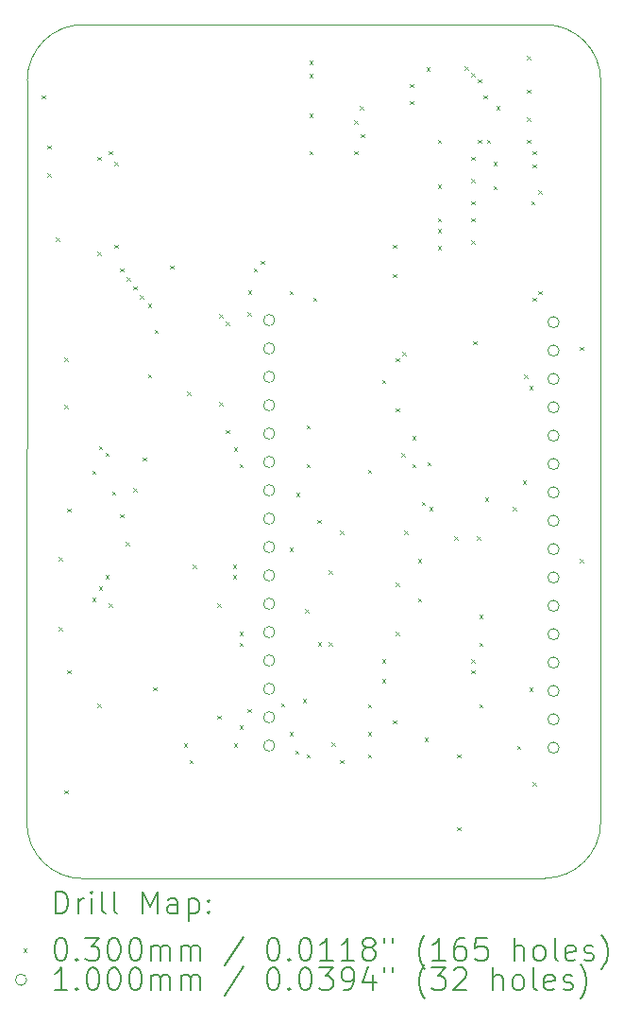
<source format=gbr>
%TF.GenerationSoftware,KiCad,Pcbnew,8.0.5*%
%TF.CreationDate,2024-11-08T10:57:39-05:00*%
%TF.ProjectId,Main,4d61696e-2e6b-4696-9361-645f70636258,rev?*%
%TF.SameCoordinates,Original*%
%TF.FileFunction,Drillmap*%
%TF.FilePolarity,Positive*%
%FSLAX45Y45*%
G04 Gerber Fmt 4.5, Leading zero omitted, Abs format (unit mm)*
G04 Created by KiCad (PCBNEW 8.0.5) date 2024-11-08 10:57:39*
%MOMM*%
%LPD*%
G01*
G04 APERTURE LIST*
%ADD10C,0.050000*%
%ADD11C,0.200000*%
%ADD12C,0.100000*%
G04 APERTURE END LIST*
D10*
X13353553Y-13053553D02*
G75*
G02*
X12853547Y-12553553I-3J500003D01*
G01*
X13357107Y-5407107D02*
X17500000Y-5407107D01*
X18000000Y-12550000D02*
G75*
G02*
X17500000Y-13050000I-500000J0D01*
G01*
X18000000Y-5907107D02*
X18000000Y-12550000D01*
X17500000Y-5407107D02*
G75*
G02*
X17999993Y-5907107I0J-499993D01*
G01*
X12853553Y-12553553D02*
X12857107Y-5907107D01*
X17500000Y-13050000D02*
X13353553Y-13053553D01*
X12857107Y-5907107D02*
G75*
G02*
X13357107Y-5407107I499999J1D01*
G01*
D11*
D12*
X12988553Y-6038553D02*
X13018553Y-6068553D01*
X13018553Y-6038553D02*
X12988553Y-6068553D01*
X13038553Y-6488553D02*
X13068553Y-6518553D01*
X13068553Y-6488553D02*
X13038553Y-6518553D01*
X13038553Y-6738553D02*
X13068553Y-6768553D01*
X13068553Y-6738553D02*
X13038553Y-6768553D01*
X13113553Y-7313553D02*
X13143553Y-7343553D01*
X13143553Y-7313553D02*
X13113553Y-7343553D01*
X13138553Y-10173553D02*
X13168553Y-10203553D01*
X13168553Y-10173553D02*
X13138553Y-10203553D01*
X13138553Y-10803553D02*
X13168553Y-10833553D01*
X13168553Y-10803553D02*
X13138553Y-10833553D01*
X13188553Y-8388553D02*
X13218553Y-8418553D01*
X13218553Y-8388553D02*
X13188553Y-8418553D01*
X13188553Y-8813553D02*
X13218553Y-8843553D01*
X13218553Y-8813553D02*
X13188553Y-8843553D01*
X13188553Y-12263553D02*
X13218553Y-12293553D01*
X13218553Y-12263553D02*
X13188553Y-12293553D01*
X13213553Y-9738553D02*
X13243553Y-9768553D01*
X13243553Y-9738553D02*
X13213553Y-9768553D01*
X13213553Y-11188553D02*
X13243553Y-11218553D01*
X13243553Y-11188553D02*
X13213553Y-11218553D01*
X13438553Y-9402553D02*
X13468553Y-9432553D01*
X13468553Y-9402553D02*
X13438553Y-9432553D01*
X13438553Y-10538553D02*
X13468553Y-10568553D01*
X13468553Y-10538553D02*
X13438553Y-10568553D01*
X13488553Y-6588553D02*
X13518553Y-6618553D01*
X13518553Y-6588553D02*
X13488553Y-6618553D01*
X13488553Y-7438553D02*
X13518553Y-7468553D01*
X13518553Y-7438553D02*
X13488553Y-7468553D01*
X13488553Y-11488553D02*
X13518553Y-11518553D01*
X13518553Y-11488553D02*
X13488553Y-11518553D01*
X13498553Y-9181985D02*
X13528553Y-9211985D01*
X13528553Y-9181985D02*
X13498553Y-9211985D01*
X13498553Y-10438553D02*
X13528553Y-10468553D01*
X13528553Y-10438553D02*
X13498553Y-10468553D01*
X13558553Y-9239140D02*
X13588553Y-9269140D01*
X13588553Y-9239140D02*
X13558553Y-9269140D01*
X13558553Y-10338553D02*
X13588553Y-10368553D01*
X13588553Y-10338553D02*
X13558553Y-10368553D01*
X13588553Y-6538553D02*
X13618553Y-6568553D01*
X13618553Y-6538553D02*
X13588553Y-6568553D01*
X13588553Y-10588553D02*
X13618553Y-10618553D01*
X13618553Y-10588553D02*
X13588553Y-10618553D01*
X13618553Y-9588553D02*
X13648553Y-9618553D01*
X13648553Y-9588553D02*
X13618553Y-9618553D01*
X13638553Y-6638553D02*
X13668553Y-6668553D01*
X13668553Y-6638553D02*
X13638553Y-6668553D01*
X13638553Y-7378553D02*
X13668553Y-7408553D01*
X13668553Y-7378553D02*
X13638553Y-7408553D01*
X13688553Y-7588553D02*
X13718553Y-7618553D01*
X13718553Y-7588553D02*
X13688553Y-7618553D01*
X13688553Y-9788553D02*
X13718553Y-9818553D01*
X13718553Y-9788553D02*
X13688553Y-9818553D01*
X13738553Y-10038553D02*
X13768553Y-10068553D01*
X13768553Y-10038553D02*
X13738553Y-10068553D01*
X13748553Y-7668553D02*
X13778553Y-7698553D01*
X13778553Y-7668553D02*
X13748553Y-7698553D01*
X13808553Y-7748553D02*
X13838553Y-7778553D01*
X13838553Y-7748553D02*
X13808553Y-7778553D01*
X13808553Y-9558553D02*
X13838553Y-9588553D01*
X13838553Y-9558553D02*
X13808553Y-9588553D01*
X13868553Y-7828553D02*
X13898553Y-7858553D01*
X13898553Y-7828553D02*
X13868553Y-7858553D01*
X13894553Y-9282553D02*
X13924553Y-9312553D01*
X13924553Y-9282553D02*
X13894553Y-9312553D01*
X13938553Y-7908553D02*
X13968553Y-7938553D01*
X13968553Y-7908553D02*
X13938553Y-7938553D01*
X13938553Y-8538553D02*
X13968553Y-8568553D01*
X13968553Y-8538553D02*
X13938553Y-8568553D01*
X13988553Y-11338553D02*
X14018553Y-11368553D01*
X14018553Y-11338553D02*
X13988553Y-11368553D01*
X13998553Y-8138553D02*
X14028553Y-8168553D01*
X14028553Y-8138553D02*
X13998553Y-8168553D01*
X14138553Y-7563553D02*
X14168553Y-7593553D01*
X14168553Y-7563553D02*
X14138553Y-7593553D01*
X14261553Y-11842553D02*
X14291553Y-11872553D01*
X14291553Y-11842553D02*
X14261553Y-11872553D01*
X14290338Y-8692553D02*
X14320338Y-8722553D01*
X14320338Y-8692553D02*
X14290338Y-8722553D01*
X14311553Y-11992553D02*
X14341553Y-12022553D01*
X14341553Y-11992553D02*
X14311553Y-12022553D01*
X14341553Y-10242553D02*
X14371553Y-10272553D01*
X14371553Y-10242553D02*
X14341553Y-10272553D01*
X14561553Y-10592553D02*
X14591553Y-10622553D01*
X14591553Y-10592553D02*
X14561553Y-10622553D01*
X14561553Y-11592553D02*
X14591553Y-11622553D01*
X14591553Y-11592553D02*
X14561553Y-11622553D01*
X14578553Y-7998553D02*
X14608553Y-8028553D01*
X14608553Y-7998553D02*
X14578553Y-8028553D01*
X14578553Y-8788553D02*
X14608553Y-8818553D01*
X14608553Y-8788553D02*
X14578553Y-8818553D01*
X14638553Y-8068553D02*
X14668553Y-8098553D01*
X14668553Y-8068553D02*
X14638553Y-8098553D01*
X14638553Y-9038553D02*
X14668553Y-9068553D01*
X14668553Y-9038553D02*
X14638553Y-9068553D01*
X14701553Y-10242553D02*
X14731553Y-10272553D01*
X14731553Y-10242553D02*
X14701553Y-10272553D01*
X14701553Y-10338553D02*
X14731553Y-10368553D01*
X14731553Y-10338553D02*
X14701553Y-10368553D01*
X14711553Y-9192553D02*
X14741553Y-9222553D01*
X14741553Y-9192553D02*
X14711553Y-9222553D01*
X14711553Y-11842553D02*
X14741553Y-11872553D01*
X14741553Y-11842553D02*
X14711553Y-11872553D01*
X14761553Y-9342553D02*
X14791553Y-9372553D01*
X14791553Y-9342553D02*
X14761553Y-9372553D01*
X14761553Y-10842553D02*
X14791553Y-10872553D01*
X14791553Y-10842553D02*
X14761553Y-10872553D01*
X14761553Y-10942553D02*
X14791553Y-10972553D01*
X14791553Y-10942553D02*
X14761553Y-10972553D01*
X14761553Y-11683553D02*
X14791553Y-11713553D01*
X14791553Y-11683553D02*
X14761553Y-11713553D01*
X14831553Y-7982553D02*
X14861553Y-8012553D01*
X14861553Y-7982553D02*
X14831553Y-8012553D01*
X14835000Y-11535000D02*
X14865000Y-11565000D01*
X14865000Y-11535000D02*
X14835000Y-11565000D01*
X14838553Y-7788553D02*
X14868553Y-7818553D01*
X14868553Y-7788553D02*
X14838553Y-7818553D01*
X14888553Y-7588553D02*
X14918553Y-7618553D01*
X14918553Y-7588553D02*
X14888553Y-7618553D01*
X14951553Y-7522553D02*
X14981553Y-7552553D01*
X14981553Y-7522553D02*
X14951553Y-7552553D01*
X15135000Y-11485000D02*
X15165000Y-11515000D01*
X15165000Y-11485000D02*
X15135000Y-11515000D01*
X15208122Y-10092553D02*
X15238122Y-10122553D01*
X15238122Y-10092553D02*
X15208122Y-10122553D01*
X15208122Y-11742553D02*
X15238122Y-11772553D01*
X15238122Y-11742553D02*
X15208122Y-11772553D01*
X15211553Y-7792553D02*
X15241553Y-7822553D01*
X15241553Y-7792553D02*
X15211553Y-7822553D01*
X15261553Y-11908553D02*
X15291553Y-11938553D01*
X15291553Y-11908553D02*
X15261553Y-11938553D01*
X15268122Y-9599122D02*
X15298122Y-9629122D01*
X15298122Y-9599122D02*
X15268122Y-9629122D01*
X15328122Y-11445553D02*
X15358122Y-11475553D01*
X15358122Y-11445553D02*
X15328122Y-11475553D01*
X15351553Y-10642553D02*
X15381553Y-10672553D01*
X15381553Y-10642553D02*
X15351553Y-10672553D01*
X15361553Y-8992553D02*
X15391553Y-9022553D01*
X15391553Y-8992553D02*
X15361553Y-9022553D01*
X15361553Y-9342553D02*
X15391553Y-9372553D01*
X15391553Y-9342553D02*
X15361553Y-9372553D01*
X15361553Y-11942553D02*
X15391553Y-11972553D01*
X15391553Y-11942553D02*
X15361553Y-11972553D01*
X15388553Y-5728553D02*
X15418553Y-5758553D01*
X15418553Y-5728553D02*
X15388553Y-5758553D01*
X15388553Y-5848553D02*
X15418553Y-5878553D01*
X15418553Y-5848553D02*
X15388553Y-5878553D01*
X15388553Y-6203383D02*
X15418553Y-6233383D01*
X15418553Y-6203383D02*
X15388553Y-6233383D01*
X15388553Y-6538553D02*
X15418553Y-6568553D01*
X15418553Y-6538553D02*
X15388553Y-6568553D01*
X15421553Y-7852553D02*
X15451553Y-7882553D01*
X15451553Y-7852553D02*
X15421553Y-7882553D01*
X15461553Y-9842553D02*
X15491553Y-9872553D01*
X15491553Y-9842553D02*
X15461553Y-9872553D01*
X15462575Y-10938916D02*
X15492575Y-10968916D01*
X15492575Y-10938916D02*
X15462575Y-10968916D01*
X15561553Y-10292553D02*
X15591553Y-10322553D01*
X15591553Y-10292553D02*
X15561553Y-10322553D01*
X15561553Y-10937053D02*
X15591553Y-10967053D01*
X15591553Y-10937053D02*
X15561553Y-10967053D01*
X15585000Y-11835000D02*
X15615000Y-11865000D01*
X15615000Y-11835000D02*
X15585000Y-11865000D01*
X15661553Y-11992553D02*
X15691553Y-12022553D01*
X15691553Y-11992553D02*
X15661553Y-12022553D01*
X15663553Y-9938553D02*
X15693553Y-9968553D01*
X15693553Y-9938553D02*
X15663553Y-9968553D01*
X15788553Y-6263383D02*
X15818553Y-6293383D01*
X15818553Y-6263383D02*
X15788553Y-6293383D01*
X15788553Y-6538553D02*
X15818553Y-6568553D01*
X15818553Y-6538553D02*
X15788553Y-6568553D01*
X15838553Y-6138553D02*
X15868553Y-6168553D01*
X15868553Y-6138553D02*
X15838553Y-6168553D01*
X15848553Y-6388553D02*
X15878553Y-6418553D01*
X15878553Y-6388553D02*
X15848553Y-6418553D01*
X15911553Y-9392553D02*
X15941553Y-9422553D01*
X15941553Y-9392553D02*
X15911553Y-9422553D01*
X15911553Y-11492553D02*
X15941553Y-11522553D01*
X15941553Y-11492553D02*
X15911553Y-11522553D01*
X15911553Y-11742553D02*
X15941553Y-11772553D01*
X15941553Y-11742553D02*
X15911553Y-11772553D01*
X15911553Y-11942553D02*
X15941553Y-11972553D01*
X15941553Y-11942553D02*
X15911553Y-11972553D01*
X16038553Y-8588553D02*
X16068553Y-8618553D01*
X16068553Y-8588553D02*
X16038553Y-8618553D01*
X16038553Y-11088553D02*
X16068553Y-11118553D01*
X16068553Y-11088553D02*
X16038553Y-11118553D01*
X16038553Y-11265553D02*
X16068553Y-11295553D01*
X16068553Y-11265553D02*
X16038553Y-11295553D01*
X16135000Y-11635000D02*
X16165000Y-11665000D01*
X16165000Y-11635000D02*
X16135000Y-11665000D01*
X16138553Y-7378553D02*
X16168553Y-7408553D01*
X16168553Y-7378553D02*
X16138553Y-7408553D01*
X16138553Y-7638553D02*
X16168553Y-7668553D01*
X16168553Y-7638553D02*
X16138553Y-7668553D01*
X16161553Y-8392553D02*
X16191553Y-8422553D01*
X16191553Y-8392553D02*
X16161553Y-8422553D01*
X16161553Y-8842553D02*
X16191553Y-8872553D01*
X16191553Y-8842553D02*
X16161553Y-8872553D01*
X16161553Y-10402553D02*
X16191553Y-10432553D01*
X16191553Y-10402553D02*
X16161553Y-10432553D01*
X16161553Y-10842553D02*
X16191553Y-10872553D01*
X16191553Y-10842553D02*
X16161553Y-10872553D01*
X16211553Y-9242553D02*
X16241553Y-9272553D01*
X16241553Y-9242553D02*
X16211553Y-9272553D01*
X16221553Y-8337553D02*
X16251553Y-8367553D01*
X16251553Y-8337553D02*
X16221553Y-8367553D01*
X16238553Y-9938553D02*
X16268553Y-9968553D01*
X16268553Y-9938553D02*
X16238553Y-9968553D01*
X16288553Y-5938553D02*
X16318553Y-5968553D01*
X16318553Y-5938553D02*
X16288553Y-5968553D01*
X16288553Y-6088553D02*
X16318553Y-6118553D01*
X16318553Y-6088553D02*
X16288553Y-6118553D01*
X16311553Y-9092553D02*
X16341553Y-9122553D01*
X16341553Y-9092553D02*
X16311553Y-9122553D01*
X16311553Y-9342553D02*
X16341553Y-9372553D01*
X16341553Y-9342553D02*
X16311553Y-9372553D01*
X16361553Y-10192553D02*
X16391553Y-10222553D01*
X16391553Y-10192553D02*
X16361553Y-10222553D01*
X16361553Y-10542553D02*
X16391553Y-10572553D01*
X16391553Y-10542553D02*
X16361553Y-10572553D01*
X16394171Y-9681429D02*
X16424171Y-9711429D01*
X16424171Y-9681429D02*
X16394171Y-9711429D01*
X16421553Y-11792553D02*
X16451553Y-11822553D01*
X16451553Y-11792553D02*
X16421553Y-11822553D01*
X16438553Y-5788553D02*
X16468553Y-5818553D01*
X16468553Y-5788553D02*
X16438553Y-5818553D01*
X16445553Y-9326553D02*
X16475553Y-9356553D01*
X16475553Y-9326553D02*
X16445553Y-9356553D01*
X16461553Y-9724553D02*
X16491553Y-9754553D01*
X16491553Y-9724553D02*
X16461553Y-9754553D01*
X16538553Y-6438553D02*
X16568553Y-6468553D01*
X16568553Y-6438553D02*
X16538553Y-6468553D01*
X16538553Y-6838553D02*
X16568553Y-6868553D01*
X16568553Y-6838553D02*
X16538553Y-6868553D01*
X16538553Y-7138553D02*
X16568553Y-7168553D01*
X16568553Y-7138553D02*
X16538553Y-7168553D01*
X16538553Y-7238553D02*
X16568553Y-7268553D01*
X16568553Y-7238553D02*
X16538553Y-7268553D01*
X16538553Y-7388553D02*
X16568553Y-7418553D01*
X16568553Y-7388553D02*
X16538553Y-7418553D01*
X16688553Y-9988553D02*
X16718553Y-10018553D01*
X16718553Y-9988553D02*
X16688553Y-10018553D01*
X16711553Y-11942553D02*
X16741553Y-11972553D01*
X16741553Y-11942553D02*
X16711553Y-11972553D01*
X16711553Y-12592553D02*
X16741553Y-12622553D01*
X16741553Y-12592553D02*
X16711553Y-12622553D01*
X16781985Y-5781985D02*
X16811985Y-5811985D01*
X16811985Y-5781985D02*
X16781985Y-5811985D01*
X16838553Y-5838553D02*
X16868553Y-5868553D01*
X16868553Y-5838553D02*
X16838553Y-5868553D01*
X16838553Y-6588553D02*
X16868553Y-6618553D01*
X16868553Y-6588553D02*
X16838553Y-6618553D01*
X16838553Y-6788553D02*
X16868553Y-6818553D01*
X16868553Y-6788553D02*
X16838553Y-6818553D01*
X16838553Y-6988553D02*
X16868553Y-7018553D01*
X16868553Y-6988553D02*
X16838553Y-7018553D01*
X16838553Y-7138553D02*
X16868553Y-7168553D01*
X16868553Y-7138553D02*
X16838553Y-7168553D01*
X16838553Y-7338553D02*
X16868553Y-7368553D01*
X16868553Y-7338553D02*
X16838553Y-7368553D01*
X16838553Y-11088553D02*
X16868553Y-11118553D01*
X16868553Y-11088553D02*
X16838553Y-11118553D01*
X16838553Y-11188553D02*
X16868553Y-11218553D01*
X16868553Y-11188553D02*
X16838553Y-11218553D01*
X16858053Y-8239553D02*
X16888053Y-8269553D01*
X16888053Y-8239553D02*
X16858053Y-8269553D01*
X16888553Y-9988553D02*
X16918553Y-10018553D01*
X16918553Y-9988553D02*
X16888553Y-10018553D01*
X16898553Y-5895122D02*
X16928553Y-5925122D01*
X16928553Y-5895122D02*
X16898553Y-5925122D01*
X16898553Y-6438553D02*
X16928553Y-6468553D01*
X16928553Y-6438553D02*
X16898553Y-6468553D01*
X16911553Y-10692553D02*
X16941553Y-10722553D01*
X16941553Y-10692553D02*
X16911553Y-10722553D01*
X16911553Y-10942553D02*
X16941553Y-10972553D01*
X16941553Y-10942553D02*
X16911553Y-10972553D01*
X16911553Y-11492553D02*
X16941553Y-11522553D01*
X16941553Y-11492553D02*
X16911553Y-11522553D01*
X16948553Y-6038553D02*
X16978553Y-6068553D01*
X16978553Y-6038553D02*
X16948553Y-6068553D01*
X16961553Y-9642553D02*
X16991553Y-9672553D01*
X16991553Y-9642553D02*
X16961553Y-9672553D01*
X16978554Y-6438553D02*
X17008554Y-6468553D01*
X17008554Y-6438553D02*
X16978554Y-6468553D01*
X17038553Y-6638553D02*
X17068553Y-6668553D01*
X17068553Y-6638553D02*
X17038553Y-6668553D01*
X17038553Y-6852553D02*
X17068553Y-6882553D01*
X17068553Y-6852553D02*
X17038553Y-6882553D01*
X17063553Y-6138553D02*
X17093553Y-6168553D01*
X17093553Y-6138553D02*
X17063553Y-6168553D01*
X17211553Y-9724553D02*
X17241553Y-9754553D01*
X17241553Y-9724553D02*
X17211553Y-9754553D01*
X17251553Y-11866553D02*
X17281553Y-11896553D01*
X17281553Y-11866553D02*
X17251553Y-11896553D01*
X17301553Y-9488553D02*
X17331553Y-9518553D01*
X17331553Y-9488553D02*
X17301553Y-9518553D01*
X17311553Y-8542553D02*
X17341553Y-8572553D01*
X17341553Y-8542553D02*
X17311553Y-8572553D01*
X17338553Y-5688553D02*
X17368553Y-5718553D01*
X17368553Y-5688553D02*
X17338553Y-5718553D01*
X17338553Y-5988553D02*
X17368553Y-6018553D01*
X17368553Y-5988553D02*
X17338553Y-6018553D01*
X17338553Y-6238553D02*
X17368553Y-6268553D01*
X17368553Y-6238553D02*
X17338553Y-6268553D01*
X17338553Y-6438553D02*
X17368553Y-6468553D01*
X17368553Y-6438553D02*
X17338553Y-6468553D01*
X17361553Y-8642553D02*
X17391553Y-8672553D01*
X17391553Y-8642553D02*
X17361553Y-8672553D01*
X17361553Y-11342553D02*
X17391553Y-11372553D01*
X17391553Y-11342553D02*
X17361553Y-11372553D01*
X17378553Y-6988553D02*
X17408553Y-7018553D01*
X17408553Y-6988553D02*
X17378553Y-7018553D01*
X17388553Y-6538053D02*
X17418553Y-6568053D01*
X17418553Y-6538053D02*
X17388553Y-6568053D01*
X17388553Y-6658053D02*
X17418553Y-6688053D01*
X17418553Y-6658053D02*
X17388553Y-6688053D01*
X17388553Y-7852553D02*
X17418553Y-7882553D01*
X17418553Y-7852553D02*
X17388553Y-7882553D01*
X17388553Y-12188553D02*
X17418553Y-12218553D01*
X17418553Y-12188553D02*
X17388553Y-12218553D01*
X17438553Y-6888553D02*
X17468553Y-6918553D01*
X17468553Y-6888553D02*
X17438553Y-6918553D01*
X17439768Y-7791095D02*
X17469768Y-7821095D01*
X17469768Y-7791095D02*
X17439768Y-7821095D01*
X17811553Y-8292553D02*
X17841553Y-8322553D01*
X17841553Y-8292553D02*
X17811553Y-8322553D01*
X17811553Y-10192553D02*
X17841553Y-10222553D01*
X17841553Y-10192553D02*
X17811553Y-10222553D01*
X15076553Y-8053553D02*
G75*
G02*
X14976553Y-8053553I-50000J0D01*
G01*
X14976553Y-8053553D02*
G75*
G02*
X15076553Y-8053553I50000J0D01*
G01*
X15076553Y-8307553D02*
G75*
G02*
X14976553Y-8307553I-50000J0D01*
G01*
X14976553Y-8307553D02*
G75*
G02*
X15076553Y-8307553I50000J0D01*
G01*
X15076553Y-8561553D02*
G75*
G02*
X14976553Y-8561553I-50000J0D01*
G01*
X14976553Y-8561553D02*
G75*
G02*
X15076553Y-8561553I50000J0D01*
G01*
X15076553Y-8815553D02*
G75*
G02*
X14976553Y-8815553I-50000J0D01*
G01*
X14976553Y-8815553D02*
G75*
G02*
X15076553Y-8815553I50000J0D01*
G01*
X15076553Y-9069553D02*
G75*
G02*
X14976553Y-9069553I-50000J0D01*
G01*
X14976553Y-9069553D02*
G75*
G02*
X15076553Y-9069553I50000J0D01*
G01*
X15076553Y-9323553D02*
G75*
G02*
X14976553Y-9323553I-50000J0D01*
G01*
X14976553Y-9323553D02*
G75*
G02*
X15076553Y-9323553I50000J0D01*
G01*
X15076553Y-9577553D02*
G75*
G02*
X14976553Y-9577553I-50000J0D01*
G01*
X14976553Y-9577553D02*
G75*
G02*
X15076553Y-9577553I50000J0D01*
G01*
X15076553Y-9831553D02*
G75*
G02*
X14976553Y-9831553I-50000J0D01*
G01*
X14976553Y-9831553D02*
G75*
G02*
X15076553Y-9831553I50000J0D01*
G01*
X15076553Y-10085553D02*
G75*
G02*
X14976553Y-10085553I-50000J0D01*
G01*
X14976553Y-10085553D02*
G75*
G02*
X15076553Y-10085553I50000J0D01*
G01*
X15076553Y-10339553D02*
G75*
G02*
X14976553Y-10339553I-50000J0D01*
G01*
X14976553Y-10339553D02*
G75*
G02*
X15076553Y-10339553I50000J0D01*
G01*
X15076553Y-10593553D02*
G75*
G02*
X14976553Y-10593553I-50000J0D01*
G01*
X14976553Y-10593553D02*
G75*
G02*
X15076553Y-10593553I50000J0D01*
G01*
X15076553Y-10847553D02*
G75*
G02*
X14976553Y-10847553I-50000J0D01*
G01*
X14976553Y-10847553D02*
G75*
G02*
X15076553Y-10847553I50000J0D01*
G01*
X15076553Y-11101553D02*
G75*
G02*
X14976553Y-11101553I-50000J0D01*
G01*
X14976553Y-11101553D02*
G75*
G02*
X15076553Y-11101553I50000J0D01*
G01*
X15076553Y-11355553D02*
G75*
G02*
X14976553Y-11355553I-50000J0D01*
G01*
X14976553Y-11355553D02*
G75*
G02*
X15076553Y-11355553I50000J0D01*
G01*
X15076553Y-11609553D02*
G75*
G02*
X14976553Y-11609553I-50000J0D01*
G01*
X14976553Y-11609553D02*
G75*
G02*
X15076553Y-11609553I50000J0D01*
G01*
X15076553Y-11863553D02*
G75*
G02*
X14976553Y-11863553I-50000J0D01*
G01*
X14976553Y-11863553D02*
G75*
G02*
X15076553Y-11863553I50000J0D01*
G01*
X17626553Y-8071553D02*
G75*
G02*
X17526553Y-8071553I-50000J0D01*
G01*
X17526553Y-8071553D02*
G75*
G02*
X17626553Y-8071553I50000J0D01*
G01*
X17626553Y-8325553D02*
G75*
G02*
X17526553Y-8325553I-50000J0D01*
G01*
X17526553Y-8325553D02*
G75*
G02*
X17626553Y-8325553I50000J0D01*
G01*
X17626553Y-8579553D02*
G75*
G02*
X17526553Y-8579553I-50000J0D01*
G01*
X17526553Y-8579553D02*
G75*
G02*
X17626553Y-8579553I50000J0D01*
G01*
X17626553Y-8833553D02*
G75*
G02*
X17526553Y-8833553I-50000J0D01*
G01*
X17526553Y-8833553D02*
G75*
G02*
X17626553Y-8833553I50000J0D01*
G01*
X17626553Y-9087553D02*
G75*
G02*
X17526553Y-9087553I-50000J0D01*
G01*
X17526553Y-9087553D02*
G75*
G02*
X17626553Y-9087553I50000J0D01*
G01*
X17626553Y-9341553D02*
G75*
G02*
X17526553Y-9341553I-50000J0D01*
G01*
X17526553Y-9341553D02*
G75*
G02*
X17626553Y-9341553I50000J0D01*
G01*
X17626553Y-9595553D02*
G75*
G02*
X17526553Y-9595553I-50000J0D01*
G01*
X17526553Y-9595553D02*
G75*
G02*
X17626553Y-9595553I50000J0D01*
G01*
X17626553Y-9849553D02*
G75*
G02*
X17526553Y-9849553I-50000J0D01*
G01*
X17526553Y-9849553D02*
G75*
G02*
X17626553Y-9849553I50000J0D01*
G01*
X17626553Y-10103553D02*
G75*
G02*
X17526553Y-10103553I-50000J0D01*
G01*
X17526553Y-10103553D02*
G75*
G02*
X17626553Y-10103553I50000J0D01*
G01*
X17626553Y-10357553D02*
G75*
G02*
X17526553Y-10357553I-50000J0D01*
G01*
X17526553Y-10357553D02*
G75*
G02*
X17626553Y-10357553I50000J0D01*
G01*
X17626553Y-10611553D02*
G75*
G02*
X17526553Y-10611553I-50000J0D01*
G01*
X17526553Y-10611553D02*
G75*
G02*
X17626553Y-10611553I50000J0D01*
G01*
X17626553Y-10865553D02*
G75*
G02*
X17526553Y-10865553I-50000J0D01*
G01*
X17526553Y-10865553D02*
G75*
G02*
X17626553Y-10865553I50000J0D01*
G01*
X17626553Y-11119553D02*
G75*
G02*
X17526553Y-11119553I-50000J0D01*
G01*
X17526553Y-11119553D02*
G75*
G02*
X17626553Y-11119553I50000J0D01*
G01*
X17626553Y-11373553D02*
G75*
G02*
X17526553Y-11373553I-50000J0D01*
G01*
X17526553Y-11373553D02*
G75*
G02*
X17626553Y-11373553I50000J0D01*
G01*
X17626553Y-11627553D02*
G75*
G02*
X17526553Y-11627553I-50000J0D01*
G01*
X17526553Y-11627553D02*
G75*
G02*
X17626553Y-11627553I50000J0D01*
G01*
X17626553Y-11881553D02*
G75*
G02*
X17526553Y-11881553I-50000J0D01*
G01*
X17526553Y-11881553D02*
G75*
G02*
X17626553Y-11881553I50000J0D01*
G01*
D11*
X13111830Y-13367537D02*
X13111830Y-13167537D01*
X13111830Y-13167537D02*
X13159449Y-13167537D01*
X13159449Y-13167537D02*
X13188021Y-13177061D01*
X13188021Y-13177061D02*
X13207068Y-13196109D01*
X13207068Y-13196109D02*
X13216592Y-13215156D01*
X13216592Y-13215156D02*
X13226116Y-13253251D01*
X13226116Y-13253251D02*
X13226116Y-13281823D01*
X13226116Y-13281823D02*
X13216592Y-13319918D01*
X13216592Y-13319918D02*
X13207068Y-13338966D01*
X13207068Y-13338966D02*
X13188021Y-13358013D01*
X13188021Y-13358013D02*
X13159449Y-13367537D01*
X13159449Y-13367537D02*
X13111830Y-13367537D01*
X13311830Y-13367537D02*
X13311830Y-13234204D01*
X13311830Y-13272299D02*
X13321354Y-13253251D01*
X13321354Y-13253251D02*
X13330878Y-13243728D01*
X13330878Y-13243728D02*
X13349925Y-13234204D01*
X13349925Y-13234204D02*
X13368973Y-13234204D01*
X13435640Y-13367537D02*
X13435640Y-13234204D01*
X13435640Y-13167537D02*
X13426116Y-13177061D01*
X13426116Y-13177061D02*
X13435640Y-13186585D01*
X13435640Y-13186585D02*
X13445163Y-13177061D01*
X13445163Y-13177061D02*
X13435640Y-13167537D01*
X13435640Y-13167537D02*
X13435640Y-13186585D01*
X13559449Y-13367537D02*
X13540402Y-13358013D01*
X13540402Y-13358013D02*
X13530878Y-13338966D01*
X13530878Y-13338966D02*
X13530878Y-13167537D01*
X13664211Y-13367537D02*
X13645163Y-13358013D01*
X13645163Y-13358013D02*
X13635640Y-13338966D01*
X13635640Y-13338966D02*
X13635640Y-13167537D01*
X13892783Y-13367537D02*
X13892783Y-13167537D01*
X13892783Y-13167537D02*
X13959449Y-13310394D01*
X13959449Y-13310394D02*
X14026116Y-13167537D01*
X14026116Y-13167537D02*
X14026116Y-13367537D01*
X14207068Y-13367537D02*
X14207068Y-13262775D01*
X14207068Y-13262775D02*
X14197544Y-13243728D01*
X14197544Y-13243728D02*
X14178497Y-13234204D01*
X14178497Y-13234204D02*
X14140402Y-13234204D01*
X14140402Y-13234204D02*
X14121354Y-13243728D01*
X14207068Y-13358013D02*
X14188021Y-13367537D01*
X14188021Y-13367537D02*
X14140402Y-13367537D01*
X14140402Y-13367537D02*
X14121354Y-13358013D01*
X14121354Y-13358013D02*
X14111830Y-13338966D01*
X14111830Y-13338966D02*
X14111830Y-13319918D01*
X14111830Y-13319918D02*
X14121354Y-13300870D01*
X14121354Y-13300870D02*
X14140402Y-13291347D01*
X14140402Y-13291347D02*
X14188021Y-13291347D01*
X14188021Y-13291347D02*
X14207068Y-13281823D01*
X14302306Y-13234204D02*
X14302306Y-13434204D01*
X14302306Y-13243728D02*
X14321354Y-13234204D01*
X14321354Y-13234204D02*
X14359449Y-13234204D01*
X14359449Y-13234204D02*
X14378497Y-13243728D01*
X14378497Y-13243728D02*
X14388021Y-13253251D01*
X14388021Y-13253251D02*
X14397544Y-13272299D01*
X14397544Y-13272299D02*
X14397544Y-13329442D01*
X14397544Y-13329442D02*
X14388021Y-13348489D01*
X14388021Y-13348489D02*
X14378497Y-13358013D01*
X14378497Y-13358013D02*
X14359449Y-13367537D01*
X14359449Y-13367537D02*
X14321354Y-13367537D01*
X14321354Y-13367537D02*
X14302306Y-13358013D01*
X14483259Y-13348489D02*
X14492783Y-13358013D01*
X14492783Y-13358013D02*
X14483259Y-13367537D01*
X14483259Y-13367537D02*
X14473735Y-13358013D01*
X14473735Y-13358013D02*
X14483259Y-13348489D01*
X14483259Y-13348489D02*
X14483259Y-13367537D01*
X14483259Y-13243728D02*
X14492783Y-13253251D01*
X14492783Y-13253251D02*
X14483259Y-13262775D01*
X14483259Y-13262775D02*
X14473735Y-13253251D01*
X14473735Y-13253251D02*
X14483259Y-13243728D01*
X14483259Y-13243728D02*
X14483259Y-13262775D01*
D12*
X12821053Y-13681053D02*
X12851053Y-13711053D01*
X12851053Y-13681053D02*
X12821053Y-13711053D01*
D11*
X13149925Y-13587537D02*
X13168973Y-13587537D01*
X13168973Y-13587537D02*
X13188021Y-13597061D01*
X13188021Y-13597061D02*
X13197544Y-13606585D01*
X13197544Y-13606585D02*
X13207068Y-13625632D01*
X13207068Y-13625632D02*
X13216592Y-13663728D01*
X13216592Y-13663728D02*
X13216592Y-13711347D01*
X13216592Y-13711347D02*
X13207068Y-13749442D01*
X13207068Y-13749442D02*
X13197544Y-13768489D01*
X13197544Y-13768489D02*
X13188021Y-13778013D01*
X13188021Y-13778013D02*
X13168973Y-13787537D01*
X13168973Y-13787537D02*
X13149925Y-13787537D01*
X13149925Y-13787537D02*
X13130878Y-13778013D01*
X13130878Y-13778013D02*
X13121354Y-13768489D01*
X13121354Y-13768489D02*
X13111830Y-13749442D01*
X13111830Y-13749442D02*
X13102306Y-13711347D01*
X13102306Y-13711347D02*
X13102306Y-13663728D01*
X13102306Y-13663728D02*
X13111830Y-13625632D01*
X13111830Y-13625632D02*
X13121354Y-13606585D01*
X13121354Y-13606585D02*
X13130878Y-13597061D01*
X13130878Y-13597061D02*
X13149925Y-13587537D01*
X13302306Y-13768489D02*
X13311830Y-13778013D01*
X13311830Y-13778013D02*
X13302306Y-13787537D01*
X13302306Y-13787537D02*
X13292783Y-13778013D01*
X13292783Y-13778013D02*
X13302306Y-13768489D01*
X13302306Y-13768489D02*
X13302306Y-13787537D01*
X13378497Y-13587537D02*
X13502306Y-13587537D01*
X13502306Y-13587537D02*
X13435640Y-13663728D01*
X13435640Y-13663728D02*
X13464211Y-13663728D01*
X13464211Y-13663728D02*
X13483259Y-13673251D01*
X13483259Y-13673251D02*
X13492783Y-13682775D01*
X13492783Y-13682775D02*
X13502306Y-13701823D01*
X13502306Y-13701823D02*
X13502306Y-13749442D01*
X13502306Y-13749442D02*
X13492783Y-13768489D01*
X13492783Y-13768489D02*
X13483259Y-13778013D01*
X13483259Y-13778013D02*
X13464211Y-13787537D01*
X13464211Y-13787537D02*
X13407068Y-13787537D01*
X13407068Y-13787537D02*
X13388021Y-13778013D01*
X13388021Y-13778013D02*
X13378497Y-13768489D01*
X13626116Y-13587537D02*
X13645164Y-13587537D01*
X13645164Y-13587537D02*
X13664211Y-13597061D01*
X13664211Y-13597061D02*
X13673735Y-13606585D01*
X13673735Y-13606585D02*
X13683259Y-13625632D01*
X13683259Y-13625632D02*
X13692783Y-13663728D01*
X13692783Y-13663728D02*
X13692783Y-13711347D01*
X13692783Y-13711347D02*
X13683259Y-13749442D01*
X13683259Y-13749442D02*
X13673735Y-13768489D01*
X13673735Y-13768489D02*
X13664211Y-13778013D01*
X13664211Y-13778013D02*
X13645164Y-13787537D01*
X13645164Y-13787537D02*
X13626116Y-13787537D01*
X13626116Y-13787537D02*
X13607068Y-13778013D01*
X13607068Y-13778013D02*
X13597544Y-13768489D01*
X13597544Y-13768489D02*
X13588021Y-13749442D01*
X13588021Y-13749442D02*
X13578497Y-13711347D01*
X13578497Y-13711347D02*
X13578497Y-13663728D01*
X13578497Y-13663728D02*
X13588021Y-13625632D01*
X13588021Y-13625632D02*
X13597544Y-13606585D01*
X13597544Y-13606585D02*
X13607068Y-13597061D01*
X13607068Y-13597061D02*
X13626116Y-13587537D01*
X13816592Y-13587537D02*
X13835640Y-13587537D01*
X13835640Y-13587537D02*
X13854687Y-13597061D01*
X13854687Y-13597061D02*
X13864211Y-13606585D01*
X13864211Y-13606585D02*
X13873735Y-13625632D01*
X13873735Y-13625632D02*
X13883259Y-13663728D01*
X13883259Y-13663728D02*
X13883259Y-13711347D01*
X13883259Y-13711347D02*
X13873735Y-13749442D01*
X13873735Y-13749442D02*
X13864211Y-13768489D01*
X13864211Y-13768489D02*
X13854687Y-13778013D01*
X13854687Y-13778013D02*
X13835640Y-13787537D01*
X13835640Y-13787537D02*
X13816592Y-13787537D01*
X13816592Y-13787537D02*
X13797544Y-13778013D01*
X13797544Y-13778013D02*
X13788021Y-13768489D01*
X13788021Y-13768489D02*
X13778497Y-13749442D01*
X13778497Y-13749442D02*
X13768973Y-13711347D01*
X13768973Y-13711347D02*
X13768973Y-13663728D01*
X13768973Y-13663728D02*
X13778497Y-13625632D01*
X13778497Y-13625632D02*
X13788021Y-13606585D01*
X13788021Y-13606585D02*
X13797544Y-13597061D01*
X13797544Y-13597061D02*
X13816592Y-13587537D01*
X13968973Y-13787537D02*
X13968973Y-13654204D01*
X13968973Y-13673251D02*
X13978497Y-13663728D01*
X13978497Y-13663728D02*
X13997544Y-13654204D01*
X13997544Y-13654204D02*
X14026116Y-13654204D01*
X14026116Y-13654204D02*
X14045164Y-13663728D01*
X14045164Y-13663728D02*
X14054687Y-13682775D01*
X14054687Y-13682775D02*
X14054687Y-13787537D01*
X14054687Y-13682775D02*
X14064211Y-13663728D01*
X14064211Y-13663728D02*
X14083259Y-13654204D01*
X14083259Y-13654204D02*
X14111830Y-13654204D01*
X14111830Y-13654204D02*
X14130878Y-13663728D01*
X14130878Y-13663728D02*
X14140402Y-13682775D01*
X14140402Y-13682775D02*
X14140402Y-13787537D01*
X14235640Y-13787537D02*
X14235640Y-13654204D01*
X14235640Y-13673251D02*
X14245164Y-13663728D01*
X14245164Y-13663728D02*
X14264211Y-13654204D01*
X14264211Y-13654204D02*
X14292783Y-13654204D01*
X14292783Y-13654204D02*
X14311830Y-13663728D01*
X14311830Y-13663728D02*
X14321354Y-13682775D01*
X14321354Y-13682775D02*
X14321354Y-13787537D01*
X14321354Y-13682775D02*
X14330878Y-13663728D01*
X14330878Y-13663728D02*
X14349925Y-13654204D01*
X14349925Y-13654204D02*
X14378497Y-13654204D01*
X14378497Y-13654204D02*
X14397545Y-13663728D01*
X14397545Y-13663728D02*
X14407068Y-13682775D01*
X14407068Y-13682775D02*
X14407068Y-13787537D01*
X14797545Y-13578013D02*
X14626116Y-13835156D01*
X15054687Y-13587537D02*
X15073735Y-13587537D01*
X15073735Y-13587537D02*
X15092783Y-13597061D01*
X15092783Y-13597061D02*
X15102307Y-13606585D01*
X15102307Y-13606585D02*
X15111830Y-13625632D01*
X15111830Y-13625632D02*
X15121354Y-13663728D01*
X15121354Y-13663728D02*
X15121354Y-13711347D01*
X15121354Y-13711347D02*
X15111830Y-13749442D01*
X15111830Y-13749442D02*
X15102307Y-13768489D01*
X15102307Y-13768489D02*
X15092783Y-13778013D01*
X15092783Y-13778013D02*
X15073735Y-13787537D01*
X15073735Y-13787537D02*
X15054687Y-13787537D01*
X15054687Y-13787537D02*
X15035640Y-13778013D01*
X15035640Y-13778013D02*
X15026116Y-13768489D01*
X15026116Y-13768489D02*
X15016592Y-13749442D01*
X15016592Y-13749442D02*
X15007068Y-13711347D01*
X15007068Y-13711347D02*
X15007068Y-13663728D01*
X15007068Y-13663728D02*
X15016592Y-13625632D01*
X15016592Y-13625632D02*
X15026116Y-13606585D01*
X15026116Y-13606585D02*
X15035640Y-13597061D01*
X15035640Y-13597061D02*
X15054687Y-13587537D01*
X15207068Y-13768489D02*
X15216592Y-13778013D01*
X15216592Y-13778013D02*
X15207068Y-13787537D01*
X15207068Y-13787537D02*
X15197545Y-13778013D01*
X15197545Y-13778013D02*
X15207068Y-13768489D01*
X15207068Y-13768489D02*
X15207068Y-13787537D01*
X15340402Y-13587537D02*
X15359449Y-13587537D01*
X15359449Y-13587537D02*
X15378497Y-13597061D01*
X15378497Y-13597061D02*
X15388021Y-13606585D01*
X15388021Y-13606585D02*
X15397545Y-13625632D01*
X15397545Y-13625632D02*
X15407068Y-13663728D01*
X15407068Y-13663728D02*
X15407068Y-13711347D01*
X15407068Y-13711347D02*
X15397545Y-13749442D01*
X15397545Y-13749442D02*
X15388021Y-13768489D01*
X15388021Y-13768489D02*
X15378497Y-13778013D01*
X15378497Y-13778013D02*
X15359449Y-13787537D01*
X15359449Y-13787537D02*
X15340402Y-13787537D01*
X15340402Y-13787537D02*
X15321354Y-13778013D01*
X15321354Y-13778013D02*
X15311830Y-13768489D01*
X15311830Y-13768489D02*
X15302307Y-13749442D01*
X15302307Y-13749442D02*
X15292783Y-13711347D01*
X15292783Y-13711347D02*
X15292783Y-13663728D01*
X15292783Y-13663728D02*
X15302307Y-13625632D01*
X15302307Y-13625632D02*
X15311830Y-13606585D01*
X15311830Y-13606585D02*
X15321354Y-13597061D01*
X15321354Y-13597061D02*
X15340402Y-13587537D01*
X15597545Y-13787537D02*
X15483259Y-13787537D01*
X15540402Y-13787537D02*
X15540402Y-13587537D01*
X15540402Y-13587537D02*
X15521354Y-13616109D01*
X15521354Y-13616109D02*
X15502307Y-13635156D01*
X15502307Y-13635156D02*
X15483259Y-13644680D01*
X15788021Y-13787537D02*
X15673735Y-13787537D01*
X15730878Y-13787537D02*
X15730878Y-13587537D01*
X15730878Y-13587537D02*
X15711830Y-13616109D01*
X15711830Y-13616109D02*
X15692783Y-13635156D01*
X15692783Y-13635156D02*
X15673735Y-13644680D01*
X15902307Y-13673251D02*
X15883259Y-13663728D01*
X15883259Y-13663728D02*
X15873735Y-13654204D01*
X15873735Y-13654204D02*
X15864211Y-13635156D01*
X15864211Y-13635156D02*
X15864211Y-13625632D01*
X15864211Y-13625632D02*
X15873735Y-13606585D01*
X15873735Y-13606585D02*
X15883259Y-13597061D01*
X15883259Y-13597061D02*
X15902307Y-13587537D01*
X15902307Y-13587537D02*
X15940402Y-13587537D01*
X15940402Y-13587537D02*
X15959449Y-13597061D01*
X15959449Y-13597061D02*
X15968973Y-13606585D01*
X15968973Y-13606585D02*
X15978497Y-13625632D01*
X15978497Y-13625632D02*
X15978497Y-13635156D01*
X15978497Y-13635156D02*
X15968973Y-13654204D01*
X15968973Y-13654204D02*
X15959449Y-13663728D01*
X15959449Y-13663728D02*
X15940402Y-13673251D01*
X15940402Y-13673251D02*
X15902307Y-13673251D01*
X15902307Y-13673251D02*
X15883259Y-13682775D01*
X15883259Y-13682775D02*
X15873735Y-13692299D01*
X15873735Y-13692299D02*
X15864211Y-13711347D01*
X15864211Y-13711347D02*
X15864211Y-13749442D01*
X15864211Y-13749442D02*
X15873735Y-13768489D01*
X15873735Y-13768489D02*
X15883259Y-13778013D01*
X15883259Y-13778013D02*
X15902307Y-13787537D01*
X15902307Y-13787537D02*
X15940402Y-13787537D01*
X15940402Y-13787537D02*
X15959449Y-13778013D01*
X15959449Y-13778013D02*
X15968973Y-13768489D01*
X15968973Y-13768489D02*
X15978497Y-13749442D01*
X15978497Y-13749442D02*
X15978497Y-13711347D01*
X15978497Y-13711347D02*
X15968973Y-13692299D01*
X15968973Y-13692299D02*
X15959449Y-13682775D01*
X15959449Y-13682775D02*
X15940402Y-13673251D01*
X16054688Y-13587537D02*
X16054688Y-13625632D01*
X16130878Y-13587537D02*
X16130878Y-13625632D01*
X16426116Y-13863728D02*
X16416592Y-13854204D01*
X16416592Y-13854204D02*
X16397545Y-13825632D01*
X16397545Y-13825632D02*
X16388021Y-13806585D01*
X16388021Y-13806585D02*
X16378497Y-13778013D01*
X16378497Y-13778013D02*
X16368973Y-13730394D01*
X16368973Y-13730394D02*
X16368973Y-13692299D01*
X16368973Y-13692299D02*
X16378497Y-13644680D01*
X16378497Y-13644680D02*
X16388021Y-13616109D01*
X16388021Y-13616109D02*
X16397545Y-13597061D01*
X16397545Y-13597061D02*
X16416592Y-13568489D01*
X16416592Y-13568489D02*
X16426116Y-13558966D01*
X16607069Y-13787537D02*
X16492783Y-13787537D01*
X16549926Y-13787537D02*
X16549926Y-13587537D01*
X16549926Y-13587537D02*
X16530878Y-13616109D01*
X16530878Y-13616109D02*
X16511830Y-13635156D01*
X16511830Y-13635156D02*
X16492783Y-13644680D01*
X16778497Y-13587537D02*
X16740402Y-13587537D01*
X16740402Y-13587537D02*
X16721354Y-13597061D01*
X16721354Y-13597061D02*
X16711830Y-13606585D01*
X16711830Y-13606585D02*
X16692783Y-13635156D01*
X16692783Y-13635156D02*
X16683259Y-13673251D01*
X16683259Y-13673251D02*
X16683259Y-13749442D01*
X16683259Y-13749442D02*
X16692783Y-13768489D01*
X16692783Y-13768489D02*
X16702307Y-13778013D01*
X16702307Y-13778013D02*
X16721354Y-13787537D01*
X16721354Y-13787537D02*
X16759450Y-13787537D01*
X16759450Y-13787537D02*
X16778497Y-13778013D01*
X16778497Y-13778013D02*
X16788021Y-13768489D01*
X16788021Y-13768489D02*
X16797545Y-13749442D01*
X16797545Y-13749442D02*
X16797545Y-13701823D01*
X16797545Y-13701823D02*
X16788021Y-13682775D01*
X16788021Y-13682775D02*
X16778497Y-13673251D01*
X16778497Y-13673251D02*
X16759450Y-13663728D01*
X16759450Y-13663728D02*
X16721354Y-13663728D01*
X16721354Y-13663728D02*
X16702307Y-13673251D01*
X16702307Y-13673251D02*
X16692783Y-13682775D01*
X16692783Y-13682775D02*
X16683259Y-13701823D01*
X16978497Y-13587537D02*
X16883259Y-13587537D01*
X16883259Y-13587537D02*
X16873735Y-13682775D01*
X16873735Y-13682775D02*
X16883259Y-13673251D01*
X16883259Y-13673251D02*
X16902307Y-13663728D01*
X16902307Y-13663728D02*
X16949926Y-13663728D01*
X16949926Y-13663728D02*
X16968973Y-13673251D01*
X16968973Y-13673251D02*
X16978497Y-13682775D01*
X16978497Y-13682775D02*
X16988021Y-13701823D01*
X16988021Y-13701823D02*
X16988021Y-13749442D01*
X16988021Y-13749442D02*
X16978497Y-13768489D01*
X16978497Y-13768489D02*
X16968973Y-13778013D01*
X16968973Y-13778013D02*
X16949926Y-13787537D01*
X16949926Y-13787537D02*
X16902307Y-13787537D01*
X16902307Y-13787537D02*
X16883259Y-13778013D01*
X16883259Y-13778013D02*
X16873735Y-13768489D01*
X17226116Y-13787537D02*
X17226116Y-13587537D01*
X17311831Y-13787537D02*
X17311831Y-13682775D01*
X17311831Y-13682775D02*
X17302307Y-13663728D01*
X17302307Y-13663728D02*
X17283259Y-13654204D01*
X17283259Y-13654204D02*
X17254688Y-13654204D01*
X17254688Y-13654204D02*
X17235640Y-13663728D01*
X17235640Y-13663728D02*
X17226116Y-13673251D01*
X17435640Y-13787537D02*
X17416593Y-13778013D01*
X17416593Y-13778013D02*
X17407069Y-13768489D01*
X17407069Y-13768489D02*
X17397545Y-13749442D01*
X17397545Y-13749442D02*
X17397545Y-13692299D01*
X17397545Y-13692299D02*
X17407069Y-13673251D01*
X17407069Y-13673251D02*
X17416593Y-13663728D01*
X17416593Y-13663728D02*
X17435640Y-13654204D01*
X17435640Y-13654204D02*
X17464212Y-13654204D01*
X17464212Y-13654204D02*
X17483259Y-13663728D01*
X17483259Y-13663728D02*
X17492783Y-13673251D01*
X17492783Y-13673251D02*
X17502307Y-13692299D01*
X17502307Y-13692299D02*
X17502307Y-13749442D01*
X17502307Y-13749442D02*
X17492783Y-13768489D01*
X17492783Y-13768489D02*
X17483259Y-13778013D01*
X17483259Y-13778013D02*
X17464212Y-13787537D01*
X17464212Y-13787537D02*
X17435640Y-13787537D01*
X17616593Y-13787537D02*
X17597545Y-13778013D01*
X17597545Y-13778013D02*
X17588021Y-13758966D01*
X17588021Y-13758966D02*
X17588021Y-13587537D01*
X17768974Y-13778013D02*
X17749926Y-13787537D01*
X17749926Y-13787537D02*
X17711831Y-13787537D01*
X17711831Y-13787537D02*
X17692783Y-13778013D01*
X17692783Y-13778013D02*
X17683259Y-13758966D01*
X17683259Y-13758966D02*
X17683259Y-13682775D01*
X17683259Y-13682775D02*
X17692783Y-13663728D01*
X17692783Y-13663728D02*
X17711831Y-13654204D01*
X17711831Y-13654204D02*
X17749926Y-13654204D01*
X17749926Y-13654204D02*
X17768974Y-13663728D01*
X17768974Y-13663728D02*
X17778497Y-13682775D01*
X17778497Y-13682775D02*
X17778497Y-13701823D01*
X17778497Y-13701823D02*
X17683259Y-13720870D01*
X17854688Y-13778013D02*
X17873735Y-13787537D01*
X17873735Y-13787537D02*
X17911831Y-13787537D01*
X17911831Y-13787537D02*
X17930878Y-13778013D01*
X17930878Y-13778013D02*
X17940402Y-13758966D01*
X17940402Y-13758966D02*
X17940402Y-13749442D01*
X17940402Y-13749442D02*
X17930878Y-13730394D01*
X17930878Y-13730394D02*
X17911831Y-13720870D01*
X17911831Y-13720870D02*
X17883259Y-13720870D01*
X17883259Y-13720870D02*
X17864212Y-13711347D01*
X17864212Y-13711347D02*
X17854688Y-13692299D01*
X17854688Y-13692299D02*
X17854688Y-13682775D01*
X17854688Y-13682775D02*
X17864212Y-13663728D01*
X17864212Y-13663728D02*
X17883259Y-13654204D01*
X17883259Y-13654204D02*
X17911831Y-13654204D01*
X17911831Y-13654204D02*
X17930878Y-13663728D01*
X18007069Y-13863728D02*
X18016593Y-13854204D01*
X18016593Y-13854204D02*
X18035640Y-13825632D01*
X18035640Y-13825632D02*
X18045164Y-13806585D01*
X18045164Y-13806585D02*
X18054688Y-13778013D01*
X18054688Y-13778013D02*
X18064212Y-13730394D01*
X18064212Y-13730394D02*
X18064212Y-13692299D01*
X18064212Y-13692299D02*
X18054688Y-13644680D01*
X18054688Y-13644680D02*
X18045164Y-13616109D01*
X18045164Y-13616109D02*
X18035640Y-13597061D01*
X18035640Y-13597061D02*
X18016593Y-13568489D01*
X18016593Y-13568489D02*
X18007069Y-13558966D01*
D12*
X12851053Y-13960053D02*
G75*
G02*
X12751053Y-13960053I-50000J0D01*
G01*
X12751053Y-13960053D02*
G75*
G02*
X12851053Y-13960053I50000J0D01*
G01*
D11*
X13216592Y-14051537D02*
X13102306Y-14051537D01*
X13159449Y-14051537D02*
X13159449Y-13851537D01*
X13159449Y-13851537D02*
X13140402Y-13880109D01*
X13140402Y-13880109D02*
X13121354Y-13899156D01*
X13121354Y-13899156D02*
X13102306Y-13908680D01*
X13302306Y-14032489D02*
X13311830Y-14042013D01*
X13311830Y-14042013D02*
X13302306Y-14051537D01*
X13302306Y-14051537D02*
X13292783Y-14042013D01*
X13292783Y-14042013D02*
X13302306Y-14032489D01*
X13302306Y-14032489D02*
X13302306Y-14051537D01*
X13435640Y-13851537D02*
X13454687Y-13851537D01*
X13454687Y-13851537D02*
X13473735Y-13861061D01*
X13473735Y-13861061D02*
X13483259Y-13870585D01*
X13483259Y-13870585D02*
X13492783Y-13889632D01*
X13492783Y-13889632D02*
X13502306Y-13927728D01*
X13502306Y-13927728D02*
X13502306Y-13975347D01*
X13502306Y-13975347D02*
X13492783Y-14013442D01*
X13492783Y-14013442D02*
X13483259Y-14032489D01*
X13483259Y-14032489D02*
X13473735Y-14042013D01*
X13473735Y-14042013D02*
X13454687Y-14051537D01*
X13454687Y-14051537D02*
X13435640Y-14051537D01*
X13435640Y-14051537D02*
X13416592Y-14042013D01*
X13416592Y-14042013D02*
X13407068Y-14032489D01*
X13407068Y-14032489D02*
X13397544Y-14013442D01*
X13397544Y-14013442D02*
X13388021Y-13975347D01*
X13388021Y-13975347D02*
X13388021Y-13927728D01*
X13388021Y-13927728D02*
X13397544Y-13889632D01*
X13397544Y-13889632D02*
X13407068Y-13870585D01*
X13407068Y-13870585D02*
X13416592Y-13861061D01*
X13416592Y-13861061D02*
X13435640Y-13851537D01*
X13626116Y-13851537D02*
X13645164Y-13851537D01*
X13645164Y-13851537D02*
X13664211Y-13861061D01*
X13664211Y-13861061D02*
X13673735Y-13870585D01*
X13673735Y-13870585D02*
X13683259Y-13889632D01*
X13683259Y-13889632D02*
X13692783Y-13927728D01*
X13692783Y-13927728D02*
X13692783Y-13975347D01*
X13692783Y-13975347D02*
X13683259Y-14013442D01*
X13683259Y-14013442D02*
X13673735Y-14032489D01*
X13673735Y-14032489D02*
X13664211Y-14042013D01*
X13664211Y-14042013D02*
X13645164Y-14051537D01*
X13645164Y-14051537D02*
X13626116Y-14051537D01*
X13626116Y-14051537D02*
X13607068Y-14042013D01*
X13607068Y-14042013D02*
X13597544Y-14032489D01*
X13597544Y-14032489D02*
X13588021Y-14013442D01*
X13588021Y-14013442D02*
X13578497Y-13975347D01*
X13578497Y-13975347D02*
X13578497Y-13927728D01*
X13578497Y-13927728D02*
X13588021Y-13889632D01*
X13588021Y-13889632D02*
X13597544Y-13870585D01*
X13597544Y-13870585D02*
X13607068Y-13861061D01*
X13607068Y-13861061D02*
X13626116Y-13851537D01*
X13816592Y-13851537D02*
X13835640Y-13851537D01*
X13835640Y-13851537D02*
X13854687Y-13861061D01*
X13854687Y-13861061D02*
X13864211Y-13870585D01*
X13864211Y-13870585D02*
X13873735Y-13889632D01*
X13873735Y-13889632D02*
X13883259Y-13927728D01*
X13883259Y-13927728D02*
X13883259Y-13975347D01*
X13883259Y-13975347D02*
X13873735Y-14013442D01*
X13873735Y-14013442D02*
X13864211Y-14032489D01*
X13864211Y-14032489D02*
X13854687Y-14042013D01*
X13854687Y-14042013D02*
X13835640Y-14051537D01*
X13835640Y-14051537D02*
X13816592Y-14051537D01*
X13816592Y-14051537D02*
X13797544Y-14042013D01*
X13797544Y-14042013D02*
X13788021Y-14032489D01*
X13788021Y-14032489D02*
X13778497Y-14013442D01*
X13778497Y-14013442D02*
X13768973Y-13975347D01*
X13768973Y-13975347D02*
X13768973Y-13927728D01*
X13768973Y-13927728D02*
X13778497Y-13889632D01*
X13778497Y-13889632D02*
X13788021Y-13870585D01*
X13788021Y-13870585D02*
X13797544Y-13861061D01*
X13797544Y-13861061D02*
X13816592Y-13851537D01*
X13968973Y-14051537D02*
X13968973Y-13918204D01*
X13968973Y-13937251D02*
X13978497Y-13927728D01*
X13978497Y-13927728D02*
X13997544Y-13918204D01*
X13997544Y-13918204D02*
X14026116Y-13918204D01*
X14026116Y-13918204D02*
X14045164Y-13927728D01*
X14045164Y-13927728D02*
X14054687Y-13946775D01*
X14054687Y-13946775D02*
X14054687Y-14051537D01*
X14054687Y-13946775D02*
X14064211Y-13927728D01*
X14064211Y-13927728D02*
X14083259Y-13918204D01*
X14083259Y-13918204D02*
X14111830Y-13918204D01*
X14111830Y-13918204D02*
X14130878Y-13927728D01*
X14130878Y-13927728D02*
X14140402Y-13946775D01*
X14140402Y-13946775D02*
X14140402Y-14051537D01*
X14235640Y-14051537D02*
X14235640Y-13918204D01*
X14235640Y-13937251D02*
X14245164Y-13927728D01*
X14245164Y-13927728D02*
X14264211Y-13918204D01*
X14264211Y-13918204D02*
X14292783Y-13918204D01*
X14292783Y-13918204D02*
X14311830Y-13927728D01*
X14311830Y-13927728D02*
X14321354Y-13946775D01*
X14321354Y-13946775D02*
X14321354Y-14051537D01*
X14321354Y-13946775D02*
X14330878Y-13927728D01*
X14330878Y-13927728D02*
X14349925Y-13918204D01*
X14349925Y-13918204D02*
X14378497Y-13918204D01*
X14378497Y-13918204D02*
X14397545Y-13927728D01*
X14397545Y-13927728D02*
X14407068Y-13946775D01*
X14407068Y-13946775D02*
X14407068Y-14051537D01*
X14797545Y-13842013D02*
X14626116Y-14099156D01*
X15054687Y-13851537D02*
X15073735Y-13851537D01*
X15073735Y-13851537D02*
X15092783Y-13861061D01*
X15092783Y-13861061D02*
X15102307Y-13870585D01*
X15102307Y-13870585D02*
X15111830Y-13889632D01*
X15111830Y-13889632D02*
X15121354Y-13927728D01*
X15121354Y-13927728D02*
X15121354Y-13975347D01*
X15121354Y-13975347D02*
X15111830Y-14013442D01*
X15111830Y-14013442D02*
X15102307Y-14032489D01*
X15102307Y-14032489D02*
X15092783Y-14042013D01*
X15092783Y-14042013D02*
X15073735Y-14051537D01*
X15073735Y-14051537D02*
X15054687Y-14051537D01*
X15054687Y-14051537D02*
X15035640Y-14042013D01*
X15035640Y-14042013D02*
X15026116Y-14032489D01*
X15026116Y-14032489D02*
X15016592Y-14013442D01*
X15016592Y-14013442D02*
X15007068Y-13975347D01*
X15007068Y-13975347D02*
X15007068Y-13927728D01*
X15007068Y-13927728D02*
X15016592Y-13889632D01*
X15016592Y-13889632D02*
X15026116Y-13870585D01*
X15026116Y-13870585D02*
X15035640Y-13861061D01*
X15035640Y-13861061D02*
X15054687Y-13851537D01*
X15207068Y-14032489D02*
X15216592Y-14042013D01*
X15216592Y-14042013D02*
X15207068Y-14051537D01*
X15207068Y-14051537D02*
X15197545Y-14042013D01*
X15197545Y-14042013D02*
X15207068Y-14032489D01*
X15207068Y-14032489D02*
X15207068Y-14051537D01*
X15340402Y-13851537D02*
X15359449Y-13851537D01*
X15359449Y-13851537D02*
X15378497Y-13861061D01*
X15378497Y-13861061D02*
X15388021Y-13870585D01*
X15388021Y-13870585D02*
X15397545Y-13889632D01*
X15397545Y-13889632D02*
X15407068Y-13927728D01*
X15407068Y-13927728D02*
X15407068Y-13975347D01*
X15407068Y-13975347D02*
X15397545Y-14013442D01*
X15397545Y-14013442D02*
X15388021Y-14032489D01*
X15388021Y-14032489D02*
X15378497Y-14042013D01*
X15378497Y-14042013D02*
X15359449Y-14051537D01*
X15359449Y-14051537D02*
X15340402Y-14051537D01*
X15340402Y-14051537D02*
X15321354Y-14042013D01*
X15321354Y-14042013D02*
X15311830Y-14032489D01*
X15311830Y-14032489D02*
X15302307Y-14013442D01*
X15302307Y-14013442D02*
X15292783Y-13975347D01*
X15292783Y-13975347D02*
X15292783Y-13927728D01*
X15292783Y-13927728D02*
X15302307Y-13889632D01*
X15302307Y-13889632D02*
X15311830Y-13870585D01*
X15311830Y-13870585D02*
X15321354Y-13861061D01*
X15321354Y-13861061D02*
X15340402Y-13851537D01*
X15473735Y-13851537D02*
X15597545Y-13851537D01*
X15597545Y-13851537D02*
X15530878Y-13927728D01*
X15530878Y-13927728D02*
X15559449Y-13927728D01*
X15559449Y-13927728D02*
X15578497Y-13937251D01*
X15578497Y-13937251D02*
X15588021Y-13946775D01*
X15588021Y-13946775D02*
X15597545Y-13965823D01*
X15597545Y-13965823D02*
X15597545Y-14013442D01*
X15597545Y-14013442D02*
X15588021Y-14032489D01*
X15588021Y-14032489D02*
X15578497Y-14042013D01*
X15578497Y-14042013D02*
X15559449Y-14051537D01*
X15559449Y-14051537D02*
X15502307Y-14051537D01*
X15502307Y-14051537D02*
X15483259Y-14042013D01*
X15483259Y-14042013D02*
X15473735Y-14032489D01*
X15692783Y-14051537D02*
X15730878Y-14051537D01*
X15730878Y-14051537D02*
X15749926Y-14042013D01*
X15749926Y-14042013D02*
X15759449Y-14032489D01*
X15759449Y-14032489D02*
X15778497Y-14003918D01*
X15778497Y-14003918D02*
X15788021Y-13965823D01*
X15788021Y-13965823D02*
X15788021Y-13889632D01*
X15788021Y-13889632D02*
X15778497Y-13870585D01*
X15778497Y-13870585D02*
X15768973Y-13861061D01*
X15768973Y-13861061D02*
X15749926Y-13851537D01*
X15749926Y-13851537D02*
X15711830Y-13851537D01*
X15711830Y-13851537D02*
X15692783Y-13861061D01*
X15692783Y-13861061D02*
X15683259Y-13870585D01*
X15683259Y-13870585D02*
X15673735Y-13889632D01*
X15673735Y-13889632D02*
X15673735Y-13937251D01*
X15673735Y-13937251D02*
X15683259Y-13956299D01*
X15683259Y-13956299D02*
X15692783Y-13965823D01*
X15692783Y-13965823D02*
X15711830Y-13975347D01*
X15711830Y-13975347D02*
X15749926Y-13975347D01*
X15749926Y-13975347D02*
X15768973Y-13965823D01*
X15768973Y-13965823D02*
X15778497Y-13956299D01*
X15778497Y-13956299D02*
X15788021Y-13937251D01*
X15959449Y-13918204D02*
X15959449Y-14051537D01*
X15911830Y-13842013D02*
X15864211Y-13984870D01*
X15864211Y-13984870D02*
X15988021Y-13984870D01*
X16054688Y-13851537D02*
X16054688Y-13889632D01*
X16130878Y-13851537D02*
X16130878Y-13889632D01*
X16426116Y-14127728D02*
X16416592Y-14118204D01*
X16416592Y-14118204D02*
X16397545Y-14089632D01*
X16397545Y-14089632D02*
X16388021Y-14070585D01*
X16388021Y-14070585D02*
X16378497Y-14042013D01*
X16378497Y-14042013D02*
X16368973Y-13994394D01*
X16368973Y-13994394D02*
X16368973Y-13956299D01*
X16368973Y-13956299D02*
X16378497Y-13908680D01*
X16378497Y-13908680D02*
X16388021Y-13880109D01*
X16388021Y-13880109D02*
X16397545Y-13861061D01*
X16397545Y-13861061D02*
X16416592Y-13832489D01*
X16416592Y-13832489D02*
X16426116Y-13822966D01*
X16483259Y-13851537D02*
X16607069Y-13851537D01*
X16607069Y-13851537D02*
X16540402Y-13927728D01*
X16540402Y-13927728D02*
X16568973Y-13927728D01*
X16568973Y-13927728D02*
X16588021Y-13937251D01*
X16588021Y-13937251D02*
X16597545Y-13946775D01*
X16597545Y-13946775D02*
X16607069Y-13965823D01*
X16607069Y-13965823D02*
X16607069Y-14013442D01*
X16607069Y-14013442D02*
X16597545Y-14032489D01*
X16597545Y-14032489D02*
X16588021Y-14042013D01*
X16588021Y-14042013D02*
X16568973Y-14051537D01*
X16568973Y-14051537D02*
X16511830Y-14051537D01*
X16511830Y-14051537D02*
X16492783Y-14042013D01*
X16492783Y-14042013D02*
X16483259Y-14032489D01*
X16683259Y-13870585D02*
X16692783Y-13861061D01*
X16692783Y-13861061D02*
X16711830Y-13851537D01*
X16711830Y-13851537D02*
X16759450Y-13851537D01*
X16759450Y-13851537D02*
X16778497Y-13861061D01*
X16778497Y-13861061D02*
X16788021Y-13870585D01*
X16788021Y-13870585D02*
X16797545Y-13889632D01*
X16797545Y-13889632D02*
X16797545Y-13908680D01*
X16797545Y-13908680D02*
X16788021Y-13937251D01*
X16788021Y-13937251D02*
X16673735Y-14051537D01*
X16673735Y-14051537D02*
X16797545Y-14051537D01*
X17035640Y-14051537D02*
X17035640Y-13851537D01*
X17121354Y-14051537D02*
X17121354Y-13946775D01*
X17121354Y-13946775D02*
X17111831Y-13927728D01*
X17111831Y-13927728D02*
X17092783Y-13918204D01*
X17092783Y-13918204D02*
X17064212Y-13918204D01*
X17064212Y-13918204D02*
X17045164Y-13927728D01*
X17045164Y-13927728D02*
X17035640Y-13937251D01*
X17245164Y-14051537D02*
X17226116Y-14042013D01*
X17226116Y-14042013D02*
X17216593Y-14032489D01*
X17216593Y-14032489D02*
X17207069Y-14013442D01*
X17207069Y-14013442D02*
X17207069Y-13956299D01*
X17207069Y-13956299D02*
X17216593Y-13937251D01*
X17216593Y-13937251D02*
X17226116Y-13927728D01*
X17226116Y-13927728D02*
X17245164Y-13918204D01*
X17245164Y-13918204D02*
X17273735Y-13918204D01*
X17273735Y-13918204D02*
X17292783Y-13927728D01*
X17292783Y-13927728D02*
X17302307Y-13937251D01*
X17302307Y-13937251D02*
X17311831Y-13956299D01*
X17311831Y-13956299D02*
X17311831Y-14013442D01*
X17311831Y-14013442D02*
X17302307Y-14032489D01*
X17302307Y-14032489D02*
X17292783Y-14042013D01*
X17292783Y-14042013D02*
X17273735Y-14051537D01*
X17273735Y-14051537D02*
X17245164Y-14051537D01*
X17426116Y-14051537D02*
X17407069Y-14042013D01*
X17407069Y-14042013D02*
X17397545Y-14022966D01*
X17397545Y-14022966D02*
X17397545Y-13851537D01*
X17578497Y-14042013D02*
X17559450Y-14051537D01*
X17559450Y-14051537D02*
X17521354Y-14051537D01*
X17521354Y-14051537D02*
X17502307Y-14042013D01*
X17502307Y-14042013D02*
X17492783Y-14022966D01*
X17492783Y-14022966D02*
X17492783Y-13946775D01*
X17492783Y-13946775D02*
X17502307Y-13927728D01*
X17502307Y-13927728D02*
X17521354Y-13918204D01*
X17521354Y-13918204D02*
X17559450Y-13918204D01*
X17559450Y-13918204D02*
X17578497Y-13927728D01*
X17578497Y-13927728D02*
X17588021Y-13946775D01*
X17588021Y-13946775D02*
X17588021Y-13965823D01*
X17588021Y-13965823D02*
X17492783Y-13984870D01*
X17664212Y-14042013D02*
X17683259Y-14051537D01*
X17683259Y-14051537D02*
X17721354Y-14051537D01*
X17721354Y-14051537D02*
X17740402Y-14042013D01*
X17740402Y-14042013D02*
X17749926Y-14022966D01*
X17749926Y-14022966D02*
X17749926Y-14013442D01*
X17749926Y-14013442D02*
X17740402Y-13994394D01*
X17740402Y-13994394D02*
X17721354Y-13984870D01*
X17721354Y-13984870D02*
X17692783Y-13984870D01*
X17692783Y-13984870D02*
X17673735Y-13975347D01*
X17673735Y-13975347D02*
X17664212Y-13956299D01*
X17664212Y-13956299D02*
X17664212Y-13946775D01*
X17664212Y-13946775D02*
X17673735Y-13927728D01*
X17673735Y-13927728D02*
X17692783Y-13918204D01*
X17692783Y-13918204D02*
X17721354Y-13918204D01*
X17721354Y-13918204D02*
X17740402Y-13927728D01*
X17816593Y-14127728D02*
X17826116Y-14118204D01*
X17826116Y-14118204D02*
X17845164Y-14089632D01*
X17845164Y-14089632D02*
X17854688Y-14070585D01*
X17854688Y-14070585D02*
X17864212Y-14042013D01*
X17864212Y-14042013D02*
X17873735Y-13994394D01*
X17873735Y-13994394D02*
X17873735Y-13956299D01*
X17873735Y-13956299D02*
X17864212Y-13908680D01*
X17864212Y-13908680D02*
X17854688Y-13880109D01*
X17854688Y-13880109D02*
X17845164Y-13861061D01*
X17845164Y-13861061D02*
X17826116Y-13832489D01*
X17826116Y-13832489D02*
X17816593Y-13822966D01*
M02*

</source>
